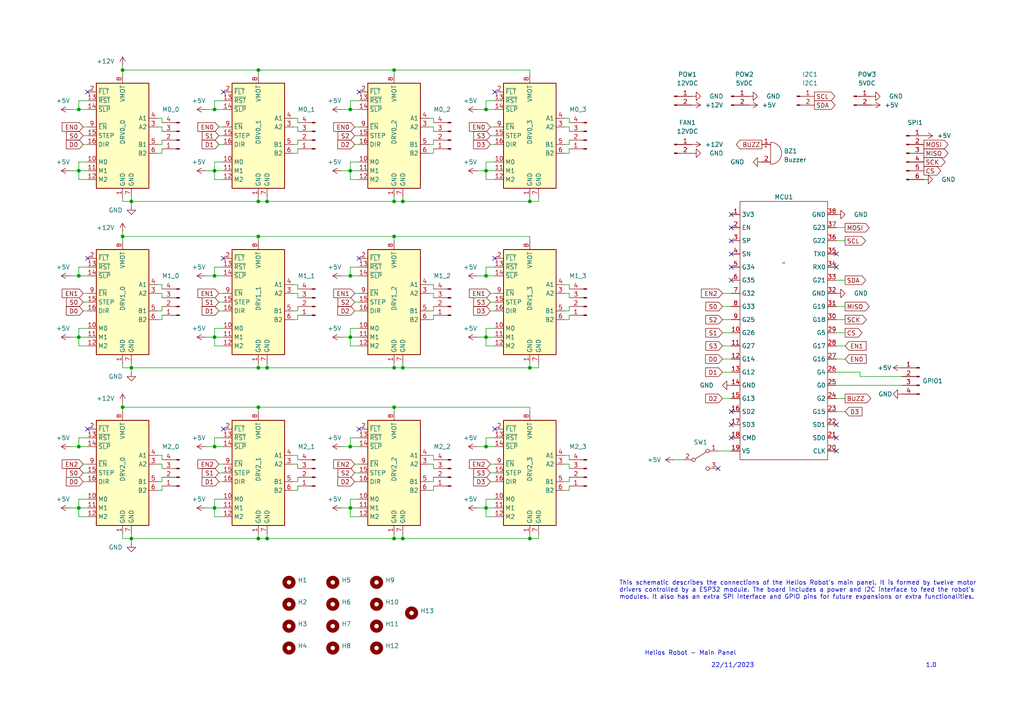
<source format=kicad_sch>
(kicad_sch (version 20231120) (generator "eeschema") (generator_version "8.0")
  (paper "A4")
  (junction (at 140.97 80.01))
  (junction (at 114.3 20.32))
  (junction (at 62.23 49.53))
  (junction (at 101.6 147.32))
  (junction (at 101.6 129.54))
  (junction (at 116.84 58.42))
  (junction (at 114.3 58.42))
  (junction (at 22.86 129.54))
  (junction (at 38.1 58.42))
  (junction (at 101.6 80.01))
  (junction (at 114.3 156.21))
  (junction (at 62.23 147.32))
  (junction (at 114.3 118.11))
  (junction (at 62.23 129.54))
  (junction (at 35.56 118.11))
  (junction (at 101.6 97.79))
  (junction (at 38.1 106.68))
  (junction (at 77.47 156.21))
  (junction (at 35.56 20.32))
  (junction (at 114.3 68.58))
  (junction (at 114.3 106.68))
  (junction (at 74.93 58.42))
  (junction (at 140.97 97.79))
  (junction (at 140.97 147.32))
  (junction (at 22.86 31.75))
  (junction (at 101.6 49.53))
  (junction (at 140.97 49.53))
  (junction (at 116.84 106.68))
  (junction (at 62.23 80.01))
  (junction (at 74.93 118.11))
  (junction (at 62.23 97.79))
  (junction (at 77.47 106.68))
  (junction (at 74.93 106.68))
  (junction (at 35.56 68.58))
  (junction (at 153.67 58.42))
  (junction (at 153.67 106.68))
  (junction (at 62.23 31.75))
  (junction (at 22.86 147.32))
  (junction (at 74.93 156.21))
  (junction (at 22.86 49.53))
  (junction (at 74.93 20.32))
  (junction (at 38.1 156.21))
  (junction (at 22.86 97.79))
  (junction (at 140.97 31.75))
  (junction (at 77.47 58.42))
  (junction (at 153.67 156.21))
  (junction (at 101.6 31.75))
  (junction (at 22.86 80.01))
  (junction (at 74.93 68.58))
  (junction (at 116.84 156.21))
  (junction (at 140.97 129.54))
  (no_connect (at 212.09 119.38))
  (no_connect (at 208.28 135.89))
  (no_connect (at 25.4 124.46))
  (no_connect (at 143.51 74.93))
  (no_connect (at 25.4 74.93))
  (no_connect (at 242.57 77.47))
  (no_connect (at 104.14 74.93))
  (no_connect (at 212.09 69.85))
  (no_connect (at 212.09 81.28))
  (no_connect (at 212.09 73.66))
  (no_connect (at 64.77 124.46))
  (no_connect (at 212.09 123.19))
  (no_connect (at 242.57 127))
  (no_connect (at 64.77 26.67))
  (no_connect (at 104.14 26.67))
  (no_connect (at 143.51 26.67))
  (no_connect (at 212.09 127))
  (no_connect (at 104.14 124.46))
  (no_connect (at 242.57 73.66))
  (no_connect (at 212.09 62.23))
  (no_connect (at 64.77 74.93))
  (no_connect (at 242.57 123.19))
  (no_connect (at 242.57 130.81))
  (no_connect (at 143.51 124.46))
  (no_connect (at 25.4 26.67))
  (no_connect (at 212.09 66.04))
  (no_connect (at 212.09 77.47))
  (wire (pts (xy 86.36 134.62) (xy 85.09 134.62)))
  (wire (pts (xy 22.86 77.47) (xy 25.4 77.47)))
  (wire (pts (xy 46.99 90.17) (xy 45.72 90.17)))
  (wire (pts (xy 22.86 147.32) (xy 22.86 149.86)))
  (wire (pts (xy 74.93 118.11) (xy 74.93 119.38)))
  (wire (pts (xy 153.67 68.58) (xy 153.67 69.85)))
  (wire (pts (xy 165.1 135.89) (xy 165.1 134.62)))
  (wire (pts (xy 142.24 137.16) (xy 143.51 137.16)))
  (wire (pts (xy 85.09 82.55) (xy 86.36 82.55)))
  (wire (pts (xy 163.83 44.45) (xy 165.1 44.45)))
  (wire (pts (xy 22.86 29.21) (xy 22.86 31.75)))
  (wire (pts (xy 124.46 142.24) (xy 125.73 142.24)))
  (wire (pts (xy 125.73 139.7) (xy 124.46 139.7)))
  (wire (pts (xy 86.36 138.43) (xy 86.36 139.7)))
  (wire (pts (xy 142.24 85.09) (xy 143.51 85.09)))
  (wire (pts (xy 85.09 142.24) (xy 86.36 142.24)))
  (wire (pts (xy 125.73 133.35) (xy 125.73 132.08)))
  (wire (pts (xy 86.36 35.56) (xy 86.36 34.29)))
  (wire (pts (xy 63.5 90.17) (xy 64.77 90.17)))
  (wire (pts (xy 63.5 139.7) (xy 64.77 139.7)))
  (wire (pts (xy 77.47 106.68) (xy 114.3 106.68)))
  (wire (pts (xy 140.97 77.47) (xy 140.97 80.01)))
  (wire (pts (xy 209.55 88.9) (xy 212.09 88.9)))
  (wire (pts (xy 140.97 31.75) (xy 143.51 31.75)))
  (wire (pts (xy 140.97 46.99) (xy 140.97 49.53)))
  (wire (pts (xy 125.73 134.62) (xy 124.46 134.62)))
  (wire (pts (xy 140.97 129.54) (xy 143.51 129.54)))
  (wire (pts (xy 63.5 134.62) (xy 64.77 134.62)))
  (wire (pts (xy 35.56 118.11) (xy 35.56 119.38)))
  (wire (pts (xy 124.46 132.08) (xy 125.73 132.08)))
  (wire (pts (xy 142.24 134.62) (xy 143.51 134.62)))
  (wire (pts (xy 24.13 90.17) (xy 25.4 90.17)))
  (wire (pts (xy 138.43 31.75) (xy 140.97 31.75)))
  (wire (pts (xy 99.06 80.01) (xy 101.6 80.01)))
  (wire (pts (xy 165.1 139.7) (xy 163.83 139.7)))
  (wire (pts (xy 101.6 97.79) (xy 101.6 100.33)))
  (wire (pts (xy 46.99 83.82) (xy 46.99 82.55)))
  (wire (pts (xy 63.5 36.83) (xy 64.77 36.83)))
  (wire (pts (xy 242.5937 69.8139) (xy 245.11 69.8139)))
  (wire (pts (xy 114.3 68.58) (xy 153.67 68.58)))
  (wire (pts (xy 163.83 34.29) (xy 165.1 34.29)))
  (wire (pts (xy 35.56 106.68) (xy 38.1 106.68)))
  (wire (pts (xy 20.32 97.79) (xy 22.86 97.79)))
  (wire (pts (xy 99.06 97.79) (xy 101.6 97.79)))
  (wire (pts (xy 102.87 139.7) (xy 104.14 139.7)))
  (wire (pts (xy 242.57 107.95) (xy 249.4765 107.95)))
  (wire (pts (xy 101.6 46.99) (xy 104.14 46.99)))
  (wire (pts (xy 153.67 156.21) (xy 156.21 156.21)))
  (wire (pts (xy 20.32 129.54) (xy 22.86 129.54)))
  (wire (pts (xy 86.36 83.82) (xy 86.36 82.55)))
  (wire (pts (xy 74.93 118.11) (xy 114.3 118.11)))
  (wire (pts (xy 165.1 36.83) (xy 163.83 36.83)))
  (wire (pts (xy 153.67 20.32) (xy 153.67 21.59)))
  (wire (pts (xy 140.97 147.32) (xy 140.97 149.86)))
  (wire (pts (xy 24.13 36.83) (xy 25.4 36.83)))
  (wire (pts (xy 86.36 85.09) (xy 85.09 85.09)))
  (wire (pts (xy 153.67 106.68) (xy 153.67 105.41)))
  (wire (pts (xy 22.86 144.78) (xy 22.86 147.32)))
  (wire (pts (xy 59.69 80.01) (xy 62.23 80.01)))
  (wire (pts (xy 242.57 119.38) (xy 245.11 119.38)))
  (wire (pts (xy 62.23 49.53) (xy 64.77 49.53)))
  (wire (pts (xy 140.97 29.21) (xy 140.97 31.75)))
  (wire (pts (xy 35.56 116.84) (xy 35.56 118.11)))
  (wire (pts (xy 163.83 132.08) (xy 165.1 132.08)))
  (wire (pts (xy 62.23 52.07) (xy 64.77 52.07)))
  (wire (pts (xy 116.84 58.42) (xy 153.67 58.42)))
  (wire (pts (xy 101.6 127) (xy 104.14 127)))
  (wire (pts (xy 74.93 68.58) (xy 114.3 68.58)))
  (wire (pts (xy 45.72 34.29) (xy 46.99 34.29)))
  (wire (pts (xy 86.36 40.64) (xy 86.36 41.91)))
  (wire (pts (xy 63.5 85.09) (xy 64.77 85.09)))
  (wire (pts (xy 116.84 156.21) (xy 153.67 156.21)))
  (wire (pts (xy 38.1 58.42) (xy 74.93 58.42)))
  (wire (pts (xy 99.06 147.32) (xy 101.6 147.32)))
  (wire (pts (xy 242.57 115.57) (xy 245.11 115.57)))
  (wire (pts (xy 140.97 80.01) (xy 143.51 80.01)))
  (wire (pts (xy 209.55 115.57) (xy 212.09 115.57)))
  (wire (pts (xy 22.86 49.53) (xy 25.4 49.53)))
  (wire (pts (xy 165.1 40.64) (xy 165.1 41.91)))
  (wire (pts (xy 153.67 106.68) (xy 156.21 106.68)))
  (wire (pts (xy 163.83 142.24) (xy 165.1 142.24)))
  (wire (pts (xy 22.86 95.25) (xy 25.4 95.25)))
  (wire (pts (xy 85.09 92.71) (xy 86.36 92.71)))
  (wire (pts (xy 140.97 127) (xy 140.97 129.54)))
  (wire (pts (xy 125.73 41.91) (xy 124.46 41.91)))
  (wire (pts (xy 99.06 31.75) (xy 101.6 31.75)))
  (wire (pts (xy 35.56 156.21) (xy 38.1 156.21)))
  (wire (pts (xy 62.23 77.47) (xy 64.77 77.47)))
  (wire (pts (xy 35.56 67.31) (xy 35.56 68.58)))
  (wire (pts (xy 125.73 83.82) (xy 125.73 82.55)))
  (wire (pts (xy 165.1 88.9) (xy 165.1 90.17)))
  (wire (pts (xy 38.1 156.21) (xy 38.1 154.94)))
  (wire (pts (xy 46.99 36.83) (xy 45.72 36.83)))
  (wire (pts (xy 101.6 144.78) (xy 104.14 144.78)))
  (wire (pts (xy 165.1 90.17) (xy 163.83 90.17)))
  (wire (pts (xy 138.43 49.53) (xy 140.97 49.53)))
  (wire (pts (xy 209.55 107.95) (xy 212.09 107.95)))
  (wire (pts (xy 22.86 147.32) (xy 25.4 147.32)))
  (wire (pts (xy 45.72 82.55) (xy 46.99 82.55)))
  (wire (pts (xy 35.56 118.11) (xy 74.93 118.11)))
  (wire (pts (xy 101.6 144.78) (xy 101.6 147.32)))
  (wire (pts (xy 142.24 87.63) (xy 143.51 87.63)))
  (wire (pts (xy 45.72 44.45) (xy 46.99 44.45)))
  (wire (pts (xy 62.23 147.32) (xy 64.77 147.32)))
  (wire (pts (xy 62.23 100.33) (xy 64.77 100.33)))
  (wire (pts (xy 74.93 68.58) (xy 74.93 69.85)))
  (wire (pts (xy 74.93 58.42) (xy 74.93 57.15)))
  (wire (pts (xy 22.86 46.99) (xy 25.4 46.99)))
  (wire (pts (xy 46.99 41.91) (xy 45.72 41.91)))
  (wire (pts (xy 22.86 31.75) (xy 25.4 31.75)))
  (wire (pts (xy 249.4765 109.22) (xy 261.62 109.22)))
  (wire (pts (xy 114.3 58.42) (xy 114.3 57.15)))
  (wire (pts (xy 165.1 140.97) (xy 165.1 142.24)))
  (wire (pts (xy 140.97 49.53) (xy 143.51 49.53)))
  (wire (pts (xy 62.23 80.01) (xy 64.77 80.01)))
  (wire (pts (xy 140.97 147.32) (xy 143.51 147.32)))
  (wire (pts (xy 62.23 29.21) (xy 62.23 31.75)))
  (wire (pts (xy 102.87 90.17) (xy 104.14 90.17)))
  (wire (pts (xy 125.73 140.97) (xy 125.73 142.24)))
  (wire (pts (xy 62.23 147.32) (xy 62.23 149.86)))
  (wire (pts (xy 114.3 58.42) (xy 116.84 58.42)))
  (wire (pts (xy 140.97 97.79) (xy 143.51 97.79)))
  (wire (pts (xy 125.73 35.56) (xy 125.73 34.29)))
  (wire (pts (xy 165.1 41.91) (xy 163.83 41.91)))
  (wire (pts (xy 125.73 40.64) (xy 125.73 41.91)))
  (wire (pts (xy 142.24 41.91) (xy 143.51 41.91)))
  (wire (pts (xy 116.84 58.42) (xy 116.84 57.15)))
  (wire (pts (xy 209.55 96.52) (xy 212.09 96.52)))
  (wire (pts (xy 22.86 49.53) (xy 22.86 52.07)))
  (wire (pts (xy 165.1 35.56) (xy 165.1 34.29)))
  (wire (pts (xy 101.6 147.32) (xy 104.14 147.32)))
  (wire (pts (xy 74.93 156.21) (xy 77.47 156.21)))
  (wire (pts (xy 138.43 97.79) (xy 140.97 97.79)))
  (wire (pts (xy 46.99 91.44) (xy 46.99 92.71)))
  (wire (pts (xy 245.11 100.33) (xy 242.57 100.33)))
  (wire (pts (xy 101.6 49.53) (xy 101.6 52.07)))
  (wire (pts (xy 46.99 138.43) (xy 46.99 139.7)))
  (wire (pts (xy 46.99 86.36) (xy 46.99 85.09)))
  (wire (pts (xy 138.43 147.32) (xy 140.97 147.32)))
  (wire (pts (xy 62.23 46.99) (xy 62.23 49.53)))
  (wire (pts (xy 142.24 90.17) (xy 143.51 90.17)))
  (wire (pts (xy 102.87 134.62) (xy 104.14 134.62)))
  (wire (pts (xy 45.72 132.08) (xy 46.99 132.08)))
  (wire (pts (xy 114.3 68.58) (xy 114.3 69.85)))
  (wire (pts (xy 138.43 129.54) (xy 140.97 129.54)))
  (wire (pts (xy 74.93 58.42) (xy 77.47 58.42)))
  (wire (pts (xy 74.93 20.32) (xy 74.93 21.59)))
  (wire (pts (xy 62.23 46.99) (xy 64.77 46.99)))
  (wire (pts (xy 101.6 29.21) (xy 101.6 31.75)))
  (wire (pts (xy 35.56 20.32) (xy 74.93 20.32)))
  (wire (pts (xy 22.86 46.99) (xy 22.86 49.53)))
  (wire (pts (xy 245.11 104.14) (xy 242.57 104.14)))
  (wire (pts (xy 24.13 41.91) (xy 25.4 41.91)))
  (wire (pts (xy 24.13 39.37) (xy 25.4 39.37)))
  (wire (pts (xy 77.47 156.21) (xy 114.3 156.21)))
  (wire (pts (xy 46.99 40.64) (xy 46.99 41.91)))
  (wire (pts (xy 165.1 43.18) (xy 165.1 44.45)))
  (wire (pts (xy 102.87 39.37) (xy 104.14 39.37)))
  (wire (pts (xy 62.23 49.53) (xy 62.23 52.07)))
  (wire (pts (xy 86.36 139.7) (xy 85.09 139.7)))
  (wire (pts (xy 46.99 88.9) (xy 46.99 90.17)))
  (wire (pts (xy 102.87 85.09) (xy 104.14 85.09)))
  (wire (pts (xy 163.83 82.55) (xy 165.1 82.55)))
  (wire (pts (xy 22.86 97.79) (xy 22.86 100.33)))
  (wire (pts (xy 62.23 95.25) (xy 62.23 97.79)))
  (wire (pts (xy 102.87 36.83) (xy 104.14 36.83)))
  (wire (pts (xy 22.86 127) (xy 22.86 129.54)))
  (wire (pts (xy 63.5 87.63) (xy 64.77 87.63)))
  (wire (pts (xy 46.99 38.1) (xy 46.99 36.83)))
  (wire (pts (xy 62.23 149.86) (xy 64.77 149.86)))
  (wire (pts (xy 245.11 66.0039) (xy 245.11 66.04)))
  (wire (pts (xy 22.86 97.79) (xy 25.4 97.79)))
  (wire (pts (xy 20.32 49.53) (xy 22.86 49.53)))
  (wire (pts (xy 86.36 135.89) (xy 86.36 134.62)))
  (wire (pts (xy 63.5 39.37) (xy 64.77 39.37)))
  (wire (pts (xy 125.73 86.36) (xy 125.73 85.09)))
  (wire (pts (xy 165.1 91.44) (xy 165.1 92.71)))
  (wire (pts (xy 46.99 85.09) (xy 45.72 85.09)))
  (wire (pts (xy 165.1 85.09) (xy 163.83 85.09)))
  (wire (pts (xy 59.69 49.53) (xy 62.23 49.53)))
  (wire (pts (xy 35.56 156.21) (xy 35.56 154.94)))
  (wire (pts (xy 38.1 106.68) (xy 74.93 106.68)))
  (wire (pts (xy 140.97 144.78) (xy 140.97 147.32)))
  (wire (pts (xy 77.47 106.68) (xy 77.47 105.41)))
  (wire (pts (xy 114.3 118.11) (xy 153.67 118.11)))
  (wire (pts (xy 125.73 135.89) (xy 125.73 134.62)))
  (wire (pts (xy 62.23 127) (xy 62.23 129.54)))
  (wire (pts (xy 77.47 58.42) (xy 114.3 58.42)))
  (wire (pts (xy 62.23 97.79) (xy 64.77 97.79)))
  (wire (pts (xy 74.93 156.21) (xy 74.93 154.94)))
  (wire (pts (xy 62.23 97.79) (xy 62.23 100.33)))
  (wire (pts (xy 22.86 100.33) (xy 25.4 100.33)))
  (wire (pts (xy 38.1 58.42) (xy 38.1 59.69)))
  (wire (pts (xy 102.87 41.91) (xy 104.14 41.91)))
  (wire (pts (xy 38.1 106.68) (xy 38.1 105.41)))
  (wire (pts (xy 101.6 80.01) (xy 104.14 80.01)))
  (wire (pts (xy 101.6 46.99) (xy 101.6 49.53)))
  (wire (pts (xy 142.24 139.7) (xy 143.51 139.7)))
  (wire (pts (xy 124.46 82.55) (xy 125.73 82.55)))
  (wire (pts (xy 140.97 95.25) (xy 143.51 95.25)))
  (wire (pts (xy 63.5 41.91) (xy 64.77 41.91)))
  (wire (pts (xy 35.56 106.68) (xy 35.56 105.41)))
  (wire (pts (xy 22.86 77.47) (xy 22.86 80.01)))
  (wire (pts (xy 102.87 87.63) (xy 104.14 87.63)))
  (wire (pts (xy 101.6 31.75) (xy 104.14 31.75)))
  (wire (pts (xy 86.36 133.35) (xy 86.36 132.08)))
  (wire (pts (xy 165.1 86.36) (xy 165.1 85.09)))
  (wire (pts (xy 22.86 29.21) (xy 25.4 29.21)))
  (wire (pts (xy 116.84 106.68) (xy 116.84 105.41)))
  (wire (pts (xy 142.24 39.37) (xy 143.51 39.37)))
  (wire (pts (xy 74.93 106.68) (xy 74.93 105.41)))
  (wire (pts (xy 85.09 44.45) (xy 86.36 44.45)))
  (wire (pts (xy 114.3 106.68) (xy 116.84 106.68)))
  (wire (pts (xy 242.5937 66.0039) (xy 245.11 66.0039)))
  (wire (pts (xy 35.56 68.58) (xy 35.56 69.85)))
  (wire (pts (xy 125.73 88.9) (xy 125.73 90.17)))
  (wire (pts (xy 46.99 134.62) (xy 45.72 134.62)))
  (wire (pts (xy 22.86 95.25) (xy 22.86 97.79)))
  (wire (pts (xy 140.97 29.21) (xy 143.51 29.21)))
  (wire (pts (xy 86.36 140.97) (xy 86.36 142.24)))
  (wire (pts (xy 62.23 127) (xy 64.77 127)))
  (wire (pts (xy 77.47 156.21) (xy 77.47 154.94)))
  (wire (pts (xy 62.23 95.25) (xy 64.77 95.25)))
  (wire (pts (xy 114.3 156.21) (xy 116.84 156.21)))
  (wire (pts (xy 86.36 41.91) (xy 85.09 41.91)))
  (wire (pts (xy 86.36 88.9) (xy 86.36 90.17)))
  (wire (pts (xy 24.13 134.62) (xy 25.4 134.62)))
  (wire (pts (xy 245.11 88.9) (xy 242.57 88.9)))
  (wire (pts (xy 140.97 49.53) (xy 140.97 52.07)))
  (wire (pts (xy 46.99 139.7) (xy 45.72 139.7)))
  (wire (pts (xy 125.73 91.44) (xy 125.73 92.71)))
  (wire (pts (xy 156.21 106.68) (xy 156.21 105.41)))
  (wire (pts (xy 102.87 137.16) (xy 104.14 137.16)))
  (wire (pts (xy 86.36 86.36) (xy 86.36 85.09)))
  (wire (pts (xy 20.32 31.75) (xy 22.86 31.75)))
  (wire (pts (xy 165.1 134.62) (xy 163.83 134.62)))
  (wire (pts (xy 165.1 83.82) (xy 165.1 82.55)))
  (wire (pts (xy 46.99 133.35) (xy 46.99 132.08)))
  (wire (pts (xy 22.86 52.07) (xy 25.4 52.07)))
  (wire (pts (xy 125.73 43.18) (xy 125.73 44.45)))
  (wire (pts (xy 62.23 144.78) (xy 62.23 147.32)))
  (wire (pts (xy 101.6 49.53) (xy 104.14 49.53)))
  (wire (pts (xy 85.09 34.29) (xy 86.36 34.29)))
  (wire (pts (xy 156.21 58.42) (xy 156.21 57.15)))
  (wire (pts (xy 209.55 85.09) (xy 212.09 85.09)))
  (wire (pts (xy 101.6 147.32) (xy 101.6 149.86)))
  (wire (pts (xy 140.97 127) (xy 143.51 127)))
  (wire (pts (xy 24.13 85.09) (xy 25.4 85.09)))
  (wire (pts (xy 24.13 137.16) (xy 25.4 137.16)))
  (wire (pts (xy 101.6 100.33) (xy 104.14 100.33)))
  (wire (pts (xy 86.36 38.1) (xy 86.36 36.83)))
  (wire (pts (xy 140.97 100.33) (xy 143.51 100.33)))
  (wire (pts (xy 59.69 129.54) (xy 62.23 129.54)))
  (wire (pts (xy 125.73 85.09) (xy 124.46 85.09)))
  (wire (pts (xy 101.6 97.79) (xy 104.14 97.79)))
  (wire (pts (xy 140.97 77.47) (xy 143.51 77.47)))
  (wire (pts (xy 99.06 49.53) (xy 101.6 49.53)))
  (wire (pts (xy 99.06 129.54) (xy 101.6 129.54)))
  (wire (pts (xy 165.1 38.1) (xy 165.1 36.83)))
  (wire (pts (xy 208.28 130.81) (xy 212.09 130.81)))
  (wire (pts (xy 156.21 156.21) (xy 156.21 154.94)))
  (wire (pts (xy 140.97 149.86) (xy 143.51 149.86)))
  (wire (pts (xy 124.46 92.71) (xy 125.73 92.71)))
  (wire (pts (xy 86.36 43.18) (xy 86.36 44.45)))
  (wire (pts (xy 86.36 91.44) (xy 86.36 92.71)))
  (wire (pts (xy 153.67 58.42) (xy 153.67 57.15)))
  (wire (pts (xy 86.36 36.83) (xy 85.09 36.83)))
  (wire (pts (xy 22.86 149.86) (xy 25.4 149.86)))
  (wire (pts (xy 245.11 69.8139) (xy 245.11 69.85)))
  (wire (pts (xy 45.72 92.71) (xy 46.99 92.71)))
  (wire (pts (xy 101.6 149.86) (xy 104.14 149.86)))
  (wire (pts (xy 35.56 58.42) (xy 35.56 57.15)))
  (wire (pts (xy 209.55 104.14) (xy 212.09 104.14)))
  (wire (pts (xy 114.3 20.32) (xy 153.67 20.32)))
  (wire (pts (xy 209.55 100.33) (xy 212.09 100.33)))
  (wire (pts (xy 38.1 156.21) (xy 74.93 156.21)))
  (wire (pts (xy 114.3 118.11) (xy 114.3 119.38)))
  (wire (pts (xy 165.1 138.43) (xy 165.1 139.7)))
  (wire (pts (xy 38.1 106.68) (xy 38.1 107.95)))
  (wire (pts (xy 38.1 156.21) (xy 38.1 157.48)))
  (wire (pts (xy 22.86 127) (xy 25.4 127)))
  (wire (pts (xy 63.5 137.16) (xy 64.77 137.16)))
  (wire (pts (xy 125.73 138.43) (xy 125.73 139.7)))
  (wire (pts (xy 62.23 29.21) (xy 64.77 29.21)))
  (wire (pts (xy 22.86 129.54) (xy 25.4 129.54)))
  (wire (pts (xy 77.47 58.42) (xy 77.47 57.15)))
  (wire (pts (xy 62.23 144.78) (xy 64.77 144.78)))
  (wire (pts (xy 140.97 46.99) (xy 143.51 46.99)))
  (wire (pts (xy 62.23 129.54) (xy 64.77 129.54)))
  (wire (pts (xy 165.1 133.35) (xy 165.1 132.08)))
  (wire (pts (xy 59.69 31.75) (xy 62.23 31.75)))
  (wire (pts (xy 114.3 20.32) (xy 114.3 21.59)))
  (wire (pts (xy 140.97 95.25) (xy 140.97 97.79)))
  (wire (pts (xy 24.13 87.63) (xy 25.4 87.63)))
  (wire (pts (xy 142.24 36.83) (xy 143.51 36.83)))
  (wire (pts (xy 62.23 31.75) (xy 64.77 31.75)))
  (wire (pts (xy 101.6 127) (xy 101.6 129.54)))
  (wire (pts (xy 35.56 20.32) (xy 35.56 21.59)))
  (wire (pts (xy 85.09 132.08) (xy 86.36 132.08)))
  (wire (pts (xy 22.86 80.01) (xy 25.4 80.01)))
  (wire (pts (xy 249.4765 107.95) (xy 249.4765 109.22)))
  (wire (pts (xy 59.69 97.79) (xy 62.23 97.79)))
  (wire (pts (xy 153.67 118.11) (xy 153.67 119.38)))
  (wire (pts (xy 125.73 38.1) (xy 125.73 36.83)))
  (wire (pts (xy 140.97 97.79) (xy 140.97 100.33)))
  (wire (pts (xy 62.23 77.47) (xy 62.23 80.01)))
  (wire (pts (xy 20.32 147.32) (xy 22.86 147.32)))
  (wire (pts (xy 46.99 43.18) (xy 46.99 44.45)))
  (wire (pts (xy 74.93 20.32) (xy 114.3 20.32)))
  (wire (pts (xy 116.84 106.68) (xy 153.67 106.68)))
  (wire (pts (xy 59.69 147.32) (xy 62.23 147.32)))
  (wire (pts (xy 22.86 144.78) (xy 25.4 144.78)))
  (wire (pts (xy 35.56 19.05) (xy 35.56 20.32)))
  (wire (pts (xy 245.11 81.28) (xy 242.57 81.28)))
  (wire (pts (xy 114.3 106.68) (xy 114.3 105.41)))
  (wire (pts (xy 242.57 111.76) (xy 261.62 111.76)))
  (wire (pts (xy 163.83 92.71) (xy 165.1 92.71)))
  (wire (pts (xy 46.99 135.89) (xy 46.99 134.62)))
  (wire (pts (xy 101.6 77.47) (xy 101.6 80.01)))
  (wire (pts (xy 153.67 58.42) (xy 156.21 58.42)))
  (wire (pts (xy 209.55 92.71) (xy 212.09 92.71)))
  (wire (pts (xy 124.46 34.29) (xy 125.73 34.29)))
  (wire (pts (xy 116.84 156.21) (xy 116.84 154.94)))
  (wire (pts (xy 46.99 35.56) (xy 46.99 34.29)))
  (wire (pts (xy 101.6 52.07) (xy 104.14 52.07)))
  (wire (pts (xy 140.97 52.07) (xy 143.51 52.07)))
  (wire (pts (xy 140.97 144.78) (xy 143.51 144.78)))
  (wire (pts (xy 24.13 139.7) (xy 25.4 139.7)))
  (wire (pts (xy 46.99 140.97) (xy 46.99 142.24)))
  (wire (pts (xy 138.43 80.01) (xy 140.97 80.01)))
  (wire (pts (xy 20.32 80.01) (xy 22.86 80.01)))
  (wire (pts (xy 245.11 92.71) (xy 242.57 92.71)))
  (wire (pts (xy 101.6 29.21) (xy 104.14 29.21)))
  (wire (pts (xy 45.72 142.24) (xy 46.99 142.24)))
  (wire (pts (xy 153.67 156.21) (xy 153.67 154.94)))
  (wire (pts (xy 101.6 95.25) (xy 104.14 95.25)))
  (wire (pts (xy 114.3 156.21) (xy 114.3 154.94)))
  (wire (pts (xy 38.1 58.42) (xy 38.1 57.15)))
  (wire (pts (xy 101.6 77.47) (xy 104.14 77.47)))
  (wire (pts (xy 242.57 96.52) (xy 245.11 96.52)))
  (wire (pts (xy 124.46 44.45) (xy 125.73 44.45)))
  (wire (pts (xy 35.56 58.42) (xy 38.1 58.42)))
  (wire (pts (xy 125.73 90.17) (xy 124.46 90.17)))
  (wire (pts (xy 195.58 133.35) (xy 198.12 133.35)))
  (wire (pts (xy 101.6 95.25) (xy 101.6 97.79)))
  (wire (pts (xy 101.6 129.54) (xy 104.14 129.54)))
  (wire (pts (xy 86.36 90.17) (xy 85.09 90.17)))
  (wire (pts (xy 125.73 36.83) (xy 124.46 36.83)))
  (wire (pts (xy 35.56 68.58) (xy 74.93 68.58)))
  (wire (pts (xy 74.93 106.68) (xy 77.47 106.68)))
  (text "22/11/2023" (at 206.248 193.802 0) (effects (font (size 1.27 1.27)) (justify left bottom)))
  (text "1.0" (at 268.478 193.802 0) (effects (font (size 1.27 1.27)) (justify left bottom)))
  (text "This schematic describes the connections of the Helios Robot's main panel. It is formed by twelve motor\ndrivers controlled by a ESP32 module. The board includes a power and I2C interface to feed the robot's\nmodules. It also has an extra SPI interface and GPIO pins for future expansions or extra functionalities." (at 179.578 173.99 0) (effects (font (size 1.27 1.27)) (justify left bottom)))
  (text "Helios Robot - Main Panel" (at 186.944 190.246 0) (effects (font (size 1.27 1.27)) (justify left bottom)))
  (global_label "MOSI" (shape output) (at 267.97 41.91 0) (property "Intersheetrefs" "${INTERSHEET_REFS}" (effects (hide yes))))
  (global_label "D2" (shape input) (at 102.87 139.7 180) (property "Intersheetrefs" "${INTERSHEET_REFS}" (effects (hide yes))))
  (global_label "S0" (shape input) (at 209.55 88.9 180) (property "Intersheetrefs" "${INTERSHEET_REFS}" (effects (hide yes))))
  (global_label "CS" (shape output) (at 267.97 49.53 0) (property "Intersheetrefs" "${INTERSHEET_REFS}" (effects (hide yes))))
  (global_label "CS" (shape output) (at 245.11 96.52 0) (property "Intersheetrefs" "${INTERSHEET_REFS}" (effects (hide yes))))
  (global_label "SCK" (shape output) (at 267.97 46.99 0) (property "Intersheetrefs" "${INTERSHEET_REFS}" (effects (hide yes))))
  (global_label "SCK" (shape output) (at 245.11 92.71 0) (property "Intersheetrefs" "${INTERSHEET_REFS}" (effects (hide yes))))
  (global_label "S2" (shape input) (at 102.87 39.37 180) (property "Intersheetrefs" "${INTERSHEET_REFS}" (effects (hide yes))))
  (global_label "D3" (shape input) (at 245.11 119.38 0) (property "Intersheetrefs" "${INTERSHEET_REFS}" (effects (hide yes))))
  (global_label "D2" (shape input) (at 209.55 115.57 180) (property "Intersheetrefs" "${INTERSHEET_REFS}" (effects (hide yes))))
  (global_label "EN0" (shape input) (at 24.13 36.83 180) (property "Intersheetrefs" "${INTERSHEET_REFS}" (effects (hide yes))))
  (global_label "S3" (shape input) (at 142.24 39.37 180) (property "Intersheetrefs" "${INTERSHEET_REFS}" (effects (hide yes))))
  (global_label "EN1" (shape input) (at 63.5 85.09 180) (property "Intersheetrefs" "${INTERSHEET_REFS}" (effects (hide yes))))
  (global_label "BUZZ" (shape output) (at 245.11 115.57 0) (property "Intersheetrefs" "${INTERSHEET_REFS}" (effects (hide yes))))
  (global_label "S2" (shape input) (at 102.87 137.16 180) (property "Intersheetrefs" "${INTERSHEET_REFS}" (effects (hide yes))))
  (global_label "MISO" (shape output) (at 267.97 44.45 0) (property "Intersheetrefs" "${INTERSHEET_REFS}" (effects (hide yes))))
  (global_label "MOSI" (shape output) (at 245.11 66.04 0) (property "Intersheetrefs" "${INTERSHEET_REFS}" (effects (hide yes))))
  (global_label "D0" (shape input) (at 24.13 41.91 180) (property "Intersheetrefs" "${INTERSHEET_REFS}" (effects (hide yes))))
  (global_label "S1" (shape input) (at 209.55 96.52 180) (property "Intersheetrefs" "${INTERSHEET_REFS}" (effects (hide yes))))
  (global_label "EN2" (shape input) (at 142.24 134.62 180) (property "Intersheetrefs" "${INTERSHEET_REFS}" (effects (hide yes))))
  (global_label "D3" (shape input) (at 142.24 41.91 180) (property "Intersheetrefs" "${INTERSHEET_REFS}" (effects (hide yes))))
  (global_label "S0" (shape input) (at 24.13 137.16 180) (property "Intersheetrefs" "${INTERSHEET_REFS}" (effects (hide yes))))
  (global_label "EN1" (shape input) (at 142.24 85.09 180) (property "Intersheetrefs" "${INTERSHEET_REFS}" (effects (hide yes))))
  (global_label "EN1" (shape input) (at 102.87 85.09 180) (property "Intersheetrefs" "${INTERSHEET_REFS}" (effects (hide yes))))
  (global_label "EN0" (shape input) (at 245.11 104.14 0) (property "Intersheetrefs" "${INTERSHEET_REFS}" (effects (hide yes))))
  (global_label "S1" (shape input) (at 63.5 137.16 180) (property "Intersheetrefs" "${INTERSHEET_REFS}" (effects (hide yes))))
  (global_label "S3" (shape input) (at 142.24 137.16 180) (property "Intersheetrefs" "${INTERSHEET_REFS}" (effects (hide yes))))
  (global_label "EN2" (shape input) (at 63.5 134.62 180) (property "Intersheetrefs" "${INTERSHEET_REFS}" (effects (hide yes))))
  (global_label "MISO" (shape output) (at 245.11 88.9 0) (property "Intersheetrefs" "${INTERSHEET_REFS}" (effects (hide yes))))
  (global_label "S3" (shape input) (at 142.24 87.63 180) (property "Intersheetrefs" "${INTERSHEET_REFS}" (effects (hide yes))))
  (global_label "D1" (shape input) (at 63.5 41.91 180) (property "Intersheetrefs" "${INTERSHEET_REFS}" (effects (hide yes))))
  (global_label "BUZZ" (shape output) (at 220.98 41.91 180) (property "Intersheetrefs" "${INTERSHEET_REFS}" (effects (hide yes))))
  (global_label "S0" (shape input) (at 24.13 39.37 180) (property "Intersheetrefs" "${INTERSHEET_REFS}" (effects (hide yes))))
  (global_label "D2" (shape input) (at 102.87 90.17 180) (property "Intersheetrefs" "${INTERSHEET_REFS}" (effects (hide yes))))
  (global_label "D3" (shape input) (at 142.24 90.17 180) (property "Intersheetrefs" "${INTERSHEET_REFS}" (effects (hide yes))))
  (global_label "EN0" (shape input) (at 63.5 36.83 180) (property "Intersheetrefs" "${INTERSHEET_REFS}" (effects (hide yes))))
  (global_label "SDA" (shape output) (at 245.11 81.28 0) (property "Intersheetrefs" "${INTERSHEET_REFS}" (effects (hide yes))))
  (global_label "D1" (shape input) (at 209.55 107.95 180) (property "Intersheetrefs" "${INTERSHEET_REFS}" (effects (hide yes))))
  (global_label "SCL" (shape output) (at 236.22 27.94 0) (property "Intersheetrefs" "${INTERSHEET_REFS}" (effects (hide yes))))
  (global_label "EN1" (shape input) (at 24.13 85.09 180) (property "Intersheetrefs" "${INTERSHEET_REFS}" (effects (hide yes))))
  (global_label "D0" (shape input) (at 209.55 104.14 180) (property "Intersheetrefs" "${INTERSHEET_REFS}" (effects (hide yes))))
  (global_label "D3" (shape input) (at 142.24 139.7 180) (property "Intersheetrefs" "${INTERSHEET_REFS}" (effects (hide yes))))
  (global_label "S1" (shape input) (at 63.5 87.63 180) (property "Intersheetrefs" "${INTERSHEET_REFS}" (effects (hide yes))))
  (global_label "D0" (shape input) (at 24.13 90.17 180) (property "Intersheetrefs" "${INTERSHEET_REFS}" (effects (hide yes))))
  (global_label "S0" (shape input) (at 24.13 87.63 180) (property "Intersheetrefs" "${INTERSHEET_REFS}" (effects (hide yes))))
  (global_label "D0" (shape input) (at 24.13 139.7 180) (property "Intersheetrefs" "${INTERSHEET_REFS}" (effects (hide yes))))
  (global_label "EN2" (shape input) (at 24.13 134.62 180) (property "Intersheetrefs" "${INTERSHEET_REFS}" (effects (hide yes))))
  (global_label "D2" (shape input) (at 102.87 41.91 180) (property "Intersheetrefs" "${INTERSHEET_REFS}" (effects (hide yes))))
  (global_label "EN0" (shape input) (at 142.24 36.83 180) (property "Intersheetrefs" "${INTERSHEET_REFS}" (effects (hide yes))))
  (global_label "S1" (shape input) (at 63.5 39.37 180) (property "Intersheetrefs" "${INTERSHEET_REFS}" (effects (hide yes))))
  (global_label "SCL" (shape output) (at 245.11 69.85 0) (property "Intersheetrefs" "${INTERSHEET_REFS}" (effects (hide yes))))
  (global_label "D1" (shape input) (at 63.5 139.7 180) (property "Intersheetrefs" "${INTERSHEET_REFS}" (effects (hide yes))))
  (global_label "SDA" (shape output) (at 236.22 30.48 0) (property "Intersheetrefs" "${INTERSHEET_REFS}" (effects (hide yes))))
  (global_label "EN2" (shape input) (at 209.55 85.09 180) (property "Intersheetrefs" "${INTERSHEET_REFS}" (effects (hide yes))))
  (global_label "EN0" (shape input) (at 102.87 36.83 180) (property "Intersheetrefs" "${INTERSHEET_REFS}" (effects (hide yes))))
  (global_label "S2" (shape input) (at 102.87 87.63 180) (property "Intersheetrefs" "${INTERSHEET_REFS}" (effects (hide yes))))
  (global_label "S2" (shape input) (at 209.55 92.71 180) (property "Intersheetrefs" "${INTERSHEET_REFS}" (effects (hide yes))))
  (global_label "EN2" (shape input) (at 102.87 134.62 180) (property "Intersheetrefs" "${INTERSHEET_REFS}" (effects (hide yes))))
  (global_label "EN1" (shape input) (at 245.11 100.33 0) (property "Intersheetrefs" "${INTERSHEET_REFS}" (effects (hide yes))))
  (global_label "D1" (shape input) (at 63.5 90.17 180) (property "Intersheetrefs" "${INTERSHEET_REFS}" (effects (hide yes))))
  (global_label "S3" (shape input) (at 209.55 100.33 180) (property "Intersheetrefs" "${INTERSHEET_REFS}" (effects (hide yes))))
  (symbol (lib_id "power:+5V") (at 138.43 147.32 90) (unit 1)
    (property "Reference" "#PWR030" (effects (hide yes)))
    (property "Value" "+5V" (at 138.43 144.78 90) (effects (justify left)))
  )
  (symbol (lib_id "power:+5V") (at 138.43 80.01 90) (unit 1)
    (property "Reference" "#PWR027" (effects (hide yes)))
    (property "Value" "+5V" (at 138.43 77.47 90) (effects (justify left)))
  )
  (symbol (lib_id "power:+12V") (at 200.66 30.48 270) (unit 1)
    (property "Reference" "#PWR032" (effects (hide yes)))
    (property "Value" "+12V" (at 204.47 30.48 90) (effects (justify left)))
  )
  (symbol (lib_id "Mechanical:MountingHole") (at 119.38 177.8 0) (unit 1)
    (property "Reference" "H13" (at 121.92 177.165 0) (effects (justify left)))
    (property "Value" "MountingHole" (effects (hide yes)))
    (property "Footprint" "MountingHole:MountingHole_8.4mm_M8" (effects (hide yes)))
  )
  (symbol (lib_id "power:+5V") (at 138.43 31.75 90) (unit 1)
    (property "Reference" "#PWR025" (effects (hide yes)))
    (property "Value" "+5V" (at 138.43 29.21 90) (effects (justify left)))
  )
  (symbol (lib_id "power:GND") (at 242.57 85.09 90) (unit 1)
    (property "Reference" "#PWR041" (effects (hide yes)))
    (property "Value" "GND" (at 247.65 85.09 90) (effects (justify right)))
  )
  (symbol (lib_id "power:GND") (at 242.57 62.23 90) (unit 1)
    (property "Reference" "#PWR040" (effects (hide yes)))
    (property "Value" "GND" (at 247.65 62.23 90) (effects (justify right)))
  )
  (symbol (lib_id "Connector:Conn_01x02_Pin") (at 195.58 27.94 0) (unit 1)
    (property "Reference" "POW1" (at 199.39 21.59 0))
    (property "Value" "12VDC" (at 199.39 24.13 0))
    (property "Footprint" "XTConnectors:XT60-M_1x02_P7.20mm_Vertical" (effects (hide yes)))
  )
  (symbol (lib_id "power:+5V") (at 99.06 129.54 90) (unit 1)
    (property "Reference" "#PWR023" (effects (hide yes)))
    (property "Value" "+5V" (at 99.06 127 90) (effects (justify left)))
  )
  (symbol (lib_id "power:+5V") (at 138.43 49.53 90) (unit 1)
    (property "Reference" "#PWR026" (effects (hide yes)))
    (property "Value" "+5V" (at 138.43 46.99 90) (effects (justify left)))
  )
  (symbol (lib_id "Connector:Conn_01x04_Pin") (at 170.18 88.9 180) (unit 1)
    (property "Reference" "M1_3" (at 167.64 80.01 0))
    (property "Value" "Conn_01x04_Pin" (effects (hide yes)))
    (property "Footprint" "Connector_JST:JST_EH_B4B-EH-A_1x04_P2.50mm_Vertical" (effects (hide yes)))
  )
  (symbol (lib_id "Driver_Motor:Pololu_Breakout_DRV8825") (at 153.67 36.83 0) (unit 1)
    (property "Reference" "DRV0_3" (at 153.67 41.91 90) (effects (justify left)))
    (property "Value" "Pololu_Breakout_DRV8825" (effects (hide yes)))
    (property "Footprint" "Module:Pololu_Breakout-16_15.2x20.3mm" (effects (hide yes)))
    (property "Datasheet" "https://www.pololu.com/product/2982" (effects (hide yes)))
  )
  (symbol (lib_id "power:+5V") (at 99.06 80.01 90) (unit 1)
    (property "Reference" "#PWR021" (effects (hide yes)))
    (property "Value" "+5V" (at 99.06 77.47 90) (effects (justify left)))
  )
  (symbol (lib_id "power:+5V") (at 20.32 147.32 90) (unit 1)
    (property "Reference" "#PWR06" (effects (hide yes)))
    (property "Value" "+5V" (at 20.32 144.78 90) (effects (justify left)))
  )
  (symbol (lib_id "power:GND") (at 38.1 59.69 0) (unit 1)
    (property "Reference" "#PWR010" (effects (hide yes)))
    (property "Value" "GND" (at 35.56 60.96 0) (effects (justify right)))
  )
  (symbol (lib_id "power:GND") (at 200.66 27.94 90) (unit 1)
    (property "Reference" "#PWR033" (effects (hide yes)))
    (property "Value" "GND" (at 205.74 27.94 90) (effects (justify right)))
  )
  (symbol (lib_id "power:+5V") (at 252.73 30.48 270) (unit 1)
    (property "Reference" "#PWR042" (effects (hide yes)))
    (property "Value" "+5V" (at 256.54 30.48 90) (effects (justify left)))
  )
  (symbol (lib_id "Driver_Motor:Pololu_Breakout_DRV8825") (at 74.93 85.09 0) (unit 1)
    (property "Reference" "DRV1_1" (at 74.93 90.17 90) (effects (justify left)))
    (property "Value" "Pololu_Breakout_DRV8825" (effects (hide yes)))
    (property "Footprint" "Module:Pololu_Breakout-16_15.2x20.3mm" (effects (hide yes)))
    (property "Datasheet" "https://www.pololu.com/product/2982" (effects (hide yes)))
  )
  (symbol (lib_id "Mechanical:MountingHole") (at 96.52 181.61 0) (unit 1)
    (property "Reference" "H7" (at 99.06 180.975 0) (effects (justify left)))
    (property "Value" "MountingHole" (effects (hide yes)))
    (property "Footprint" "MountingHole:MountingHole_3.2mm_M3" (effects (hide yes)))
  )
  (symbol (lib_id "power:+12V") (at 200.66 41.91 270) (unit 1)
    (property "Reference" "#PWR034" (effects (hide yes)))
    (property "Value" "+12V" (at 204.47 41.91 90) (effects (justify left)))
  )
  (symbol (lib_id "power:+5V") (at 20.32 97.79 90) (unit 1)
    (property "Reference" "#PWR04" (effects (hide yes)))
    (property "Value" "+5V" (at 20.32 95.25 90) (effects (justify left)))
  )
  (symbol (lib_id "power:GND") (at 220.98 46.99 270) (unit 1)
    (property "Reference" "#PWR039" (effects (hide yes)))
    (property "Value" "GND" (at 215.9 46.99 90) (effects (justify right)))
  )
  (symbol (lib_id "Driver_Motor:Pololu_Breakout_DRV8825") (at 74.93 36.83 0) (unit 1)
    (property "Reference" "DRV0_1" (at 74.93 41.91 90) (effects (justify left)))
    (property "Value" "Pololu_Breakout_DRV8825" (effects (hide yes)))
    (property "Footprint" "Module:Pololu_Breakout-16_15.2x20.3mm" (effects (hide yes)))
    (property "Datasheet" "https://www.pololu.com/product/2982" (effects (hide yes)))
  )
  (symbol (lib_id "power:+5V") (at 59.69 97.79 90) (unit 1)
    (property "Reference" "#PWR016" (effects (hide yes)))
    (property "Value" "+5V" (at 59.69 95.25 90) (effects (justify left)))
  )
  (symbol (lib_id "Mechanical:MountingHole") (at 83.82 181.61 0) (unit 1)
    (property "Reference" "H3" (at 86.36 180.975 0) (effects (justify left)))
    (property "Value" "MountingHole" (effects (hide yes)))
    (property "Footprint" "MountingHole:MountingHole_3.2mm_M3" (effects (hide yes)))
  )
  (symbol (lib_id "Mechanical:MountingHole") (at 83.82 187.96 0) (unit 1)
    (property "Reference" "H4" (at 86.36 187.325 0) (effects (justify left)))
    (property "Value" "MountingHole" (effects (hide yes)))
    (property "Footprint" "MountingHole:MountingHole_3.2mm_M3" (effects (hide yes)))
  )
  (symbol (lib_id "power:GND") (at 252.73 27.94 90) (unit 1)
    (property "Reference" "#PWR043" (effects (hide yes)))
    (property "Value" "GND" (at 257.81 27.94 90) (effects (justify right)))
  )
  (symbol (lib_id "power:GND") (at 217.17 27.94 90) (unit 1)
    (property "Reference" "#PWR038" (effects (hide yes)))
    (property "Value" "GND" (at 222.25 27.94 90) (effects (justify right)))
  )
  (symbol (lib_id "Connector:Conn_01x04_Pin") (at 91.44 138.43 180) (unit 1)
    (property "Reference" "M2_1" (at 88.9 129.54 0))
    (property "Value" "Conn_01x04_Pin" (effects (hide yes)))
    (property "Footprint" "Connector_JST:JST_EH_B4B-EH-A_1x04_P2.50mm_Vertical" (effects (hide yes)))
  )
  (symbol (lib_id "power:+5V") (at 99.06 31.75 90) (unit 1)
    (property "Reference" "#PWR019" (effects (hide yes)))
    (property "Value" "+5V" (at 99.06 29.21 90) (effects (justify left)))
  )
  (symbol (lib_id "power:+5V") (at 59.69 31.75 90) (unit 1)
    (property "Reference" "#PWR013" (effects (hide yes)))
    (property "Value" "+5V" (at 59.69 29.21 90) (effects (justify left)))
  )
  (symbol (lib_id "Switch:SW_SPDT") (at 203.2 133.35 0) (unit 1)
    (property "Reference" "SW1" (at 203.2 128.27 0))
    (property "Value" "SW_SPDT" (effects (hide yes)))
    (property "Footprint" "Button_Switch_THT:SW_CuK_OS102011MA1QN1_SPDT_Angled" (effects (hide yes)))
  )
  (symbol (lib_id "Mechanical:MountingHole") (at 109.22 181.61 0) (unit 1)
    (property "Reference" "H11" (at 111.76 180.975 0) (effects (justify left)))
    (property "Value" "MountingHole" (effects (hide yes)))
    (property "Footprint" "MountingHole:MountingHole_3.2mm_M3" (effects (hide yes)))
  )
  (symbol (lib_id "power:+5V") (at 138.43 97.79 90) (unit 1)
    (property "Reference" "#PWR028" (effects (hide yes)))
    (property "Value" "+5V" (at 138.43 95.25 90) (effects (justify left)))
  )
  (symbol (lib_id "Mechanical:MountingHole") (at 83.82 175.26 0) (unit 1)
    (property "Reference" "H2" (at 86.36 174.625 0) (effects (justify left)))
    (property "Value" "MountingHole" (effects (hide yes)))
    (property "Footprint" "MountingHole:MountingHole_3.2mm_M3" (effects (hide yes)))
  )
  (symbol (lib_id "Driver_Motor:Pololu_Breakout_DRV8825") (at 35.56 134.62 0) (unit 1)
    (property "Reference" "DRV2_0" (at 35.56 139.7 90) (effects (justify left)))
    (property "Value" "Pololu_Breakout_DRV8825" (effects (hide yes)))
    (property "Footprint" "Module:Pololu_Breakout-16_15.2x20.3mm" (effects (hide yes)))
    (property "Datasheet" "https://www.pololu.com/product/2982" (effects (hide yes)))
  )
  (symbol (lib_id "Mechanical:MountingHole") (at 96.52 187.96 0) (unit 1)
    (property "Reference" "H8" (at 99.06 187.325 0) (effects (justify left)))
    (property "Value" "MountingHole" (effects (hide yes)))
    (property "Footprint" "MountingHole:MountingHole_3.2mm_M3" (effects (hide yes)))
  )
  (symbol (lib_id "Connector:Conn_01x02_Pin") (at 195.58 41.91 0) (unit 1)
    (property "Reference" "FAN1" (at 199.39 35.56 0))
    (property "Value" "12VDC" (at 199.39 38.1 0))
    (property "Footprint" "Connector_JST:JST_EH_B2B-EH-A_1x02_P2.50mm_Vertical" (effects (hide yes)))
  )
  (symbol (lib_id "Connector:Conn_01x04_Pin") (at 91.44 40.64 180) (unit 1)
    (property "Reference" "M0_1" (at 88.9 31.75 0))
    (property "Value" "Conn_01x04_Pin" (effects (hide yes)))
    (property "Footprint" "Connector_JST:JST_EH_B4B-EH-A_1x04_P2.50mm_Vertical" (effects (hide yes)))
  )
  (symbol (lib_id "power:+12V") (at 35.56 19.05 0) (unit 1)
    (property "Reference" "#PWR07" (effects (hide yes)))
    (property "Value" "+12V" (at 27.94 17.78 0) (effects (justify left)))
  )
  (symbol (lib_id "power:+5V") (at 99.06 147.32 90) (unit 1)
    (property "Reference" "#PWR024" (effects (hide yes)))
    (property "Value" "+5V" (at 99.06 144.78 90) (effects (justify left)))
  )
  (symbol (lib_id "Connector:Conn_01x04_Pin") (at 130.81 88.9 180) (unit 1)
    (property "Reference" "M1_2" (at 128.27 80.01 0))
    (property "Value" "Conn_01x04_Pin" (effects (hide yes)))
    (property "Footprint" "Connector_JST:JST_EH_B4B-EH-A_1x04_P2.50mm_Vertical" (effects (hide yes)))
  )
  (symbol (lib_id "Connector:Conn_01x04_Pin") (at 130.81 138.43 180) (unit 1)
    (property "Reference" "M2_2" (at 128.27 129.54 0))
    (property "Value" "Conn_01x04_Pin" (effects (hide yes)))
    (property "Footprint" "Connector_JST:JST_EH_B4B-EH-A_1x04_P2.50mm_Vertical" (effects (hide yes)))
  )
  (symbol (lib_id "power:+5V") (at 59.69 129.54 90) (unit 1)
    (property "Reference" "#PWR017" (effects (hide yes)))
    (property "Value" "+5V" (at 59.69 127 90) (effects (justify left)))
  )
  (symbol (lib_id "Connector:Conn_01x04_Pin") (at 52.07 88.9 180) (unit 1)
    (property "Reference" "M1_0" (at 49.53 80.01 0))
    (property "Value" "Conn_01x04_Pin" (effects (hide yes)))
    (property "Footprint" "Connector_JST:JST_EH_B4B-EH-A_1x04_P2.50mm_Vertical" (effects (hide yes)))
  )
  (symbol (lib_id "Mechanical:MountingHole") (at 96.52 175.26 0) (unit 1)
    (property "Reference" "H6" (at 99.06 174.625 0) (effects (justify left)))
    (property "Value" "MountingHole" (effects (hide yes)))
    (property "Footprint" "MountingHole:MountingHole_3.2mm_M3" (effects (hide yes)))
  )
  (symbol (lib_id "Mechanical:MountingHole") (at 109.22 187.96 0) (unit 1)
    (property "Reference" "H12" (at 111.76 187.325 0) (effects (justify left)))
    (property "Value" "MountingHole" (effects (hide yes)))
    (property "Footprint" "MountingHole:MountingHole_3.2mm_M3" (effects (hide yes)))
  )
  (symbol (lib_id "power:GND") (at 261.62 114.3 270) (unit 1)
    (property "Reference" "#PWR046" (effects (hide yes)))
    (property "Value" "GND" (at 258.826 114.3 90) (effects (justify right)))
  )
  (symbol (lib_id "Mechanical:MountingHole") (at 109.22 175.26 0) (unit 1)
    (property "Reference" "H10" (at 111.76 174.625 0) (effects (justify left)))
    (property "Value" "MountingHole" (effects (hide yes)))
    (property "Footprint" "MountingHole:MountingHole_3.2mm_M3" (effects (hide yes)))
  )
  (symbol (lib_id "NodeMCU:NodeMCU") (at 227.33 96.52 0) (unit 1)
    (property "Reference" "MCU1" (at 227.3418 57.15 0))
    (property "Value" "~" (at 227.33 76.2 0))
    (property "Footprint" "NodeMCU:NodeMCU" (effects (hide yes)))
  )
  (symbol (lib_id "Connector:Conn_01x04_Pin") (at 52.07 40.64 180) (unit 1)
    (property "Reference" "M0_0" (at 49.53 31.75 0))
    (property "Value" "Conn_01x04_Pin" (effects (hide yes)))
    (property "Footprint" "Connector_JST:JST_EH_B4B-EH-A_1x04_P2.50mm_Vertical" (effects (hide yes)))
  )
  (symbol (lib_id "power:+5V") (at 261.62 106.68 90) (unit 1)
    (property "Reference" "#PWR047" (effects (hide yes)))
    (property "Value" "+5V" (at 258.572 106.68 90) (effects (justify left)))
  )
  (symbol (lib_id "Connector:Conn_01x02_Pin") (at 212.09 27.94 0) (unit 1)
    (property "Reference" "POW2" (at 215.9 21.59 0))
    (property "Value" "5VDC" (at 215.9 24.13 0))
    (property "Footprint" "XTConnectors:XT60-M_1x02_P7.20mm_Vertical" (effects (hide yes)))
  )
  (symbol (lib_id "power:+5V") (at 99.06 49.53 90) (unit 1)
    (property "Reference" "#PWR020" (effects (hide yes)))
    (property "Value" "+5V" (at 99.06 46.99 90) (effects (justify left)))
  )
  (symbol (lib_id "Driver_Motor:Pololu_Breakout_DRV8825") (at 74.93 134.62 0) (unit 1)
    (property "Reference" "DRV2_1" (at 74.93 139.7 90) (effects (justify left)))
    (property "Value" "Pololu_Breakout_DRV8825" (effects (hide yes)))
    (property "Footprint" "Module:Pololu_Breakout-16_15.2x20.3mm" (effects (hide yes)))
    (property "Datasheet" "https://www.pololu.com/product/2982" (effects (hide yes)))
  )
  (symbol (lib_id "Mechanical:MountingHole") (at 109.22 168.91 0) (unit 1)
    (property "Reference" "H9" (at 111.76 168.275 0) (effects (justify left)))
    (property "Value" "MountingHole" (effects (hide yes)))
    (property "Footprint" "MountingHole:MountingHole_3.2mm_M3" (effects (hide yes)))
  )
  (symbol (lib_id "Connector:Conn_01x04_Pin") (at 52.07 138.43 180) (unit 1)
    (property "Reference" "M2_0" (at 49.53 129.54 0))
    (property "Value" "Conn_01x04_Pin" (effects (hide yes)))
    (property "Footprint" "Connector_JST:JST_EH_B4B-EH-A_1x04_P2.50mm_Vertical" (effects (hide yes)))
  )
  (symbol (lib_id "Driver_Motor:Pololu_Breakout_DRV8825") (at 153.67 134.62 0) (unit 1)
    (property "Reference" "DRV2_3" (at 153.67 139.7 90) (effects (justify left)))
    (property "Value" "Pololu_Breakout_DRV8825" (effects (hide yes)))
    (property "Footprint" "Module:Pololu_Breakout-16_15.2x20.3mm" (effects (hide yes)))
    (property "Datasheet" "https://www.pololu.com/product/2982" (effects (hide yes)))
  )
  (symbol (lib_id "Connector:Conn_01x06_Pin") (at 262.89 44.45 0) (unit 1)
    (property "Reference" "SPI1" (at 265.43 35.56 0))
    (property "Value" "Conn_01x06_Pin" (effects (hide yes)))
    (property "Footprint" "Connector_PinHeader_2.54mm:PinHeader_1x06_P2.54mm_Vertical" (effects (hide yes)))
  )
  (symbol (lib_id "power:+5V") (at 59.69 49.53 90) (unit 1)
    (property "Reference" "#PWR014" (effects (hide yes)))
    (property "Value" "+5V" (at 59.69 46.99 90) (effects (justify left)))
  )
  (symbol (lib_id "power:+5V") (at 59.69 147.32 90) (unit 1)
    (property "Reference" "#PWR018" (effects (hide yes)))
    (property "Value" "+5V" (at 59.69 144.78 90) (effects (justify left)))
  )
  (symbol (lib_id "power:+5V") (at 217.17 30.48 270) (unit 1)
    (property "Reference" "#PWR037" (effects (hide yes)))
    (property "Value" "+5V" (at 220.98 30.48 90) (effects (justify left)))
  )
  (symbol (lib_id "power:GND") (at 212.09 111.76 270) (unit 1)
    (property "Reference" "#PWR036" (effects (hide yes)))
    (property "Value" "GND" (at 207.01 111.76 90) (effects (justify right)))
  )
  (symbol (lib_id "power:+5V") (at 99.06 97.79 90) (unit 1)
    (property "Reference" "#PWR022" (effects (hide yes)))
    (property "Value" "+5V" (at 99.06 95.25 90) (effects (justify left)))
  )
  (symbol (lib_id "power:+5V") (at 20.32 49.53 90) (unit 1)
    (property "Reference" "#PWR02" (effects (hide yes)))
    (property "Value" "+5V" (at 20.32 46.99 90) (effects (justify left)))
  )
  (symbol (lib_id "power:+5V") (at 59.69 80.01 90) (unit 1)
    (property "Reference" "#PWR015" (effects (hide yes)))
    (property "Value" "+5V" (at 59.69 77.47 90) (effects (justify left)))
  )
  (symbol (lib_id "Driver_Motor:Pololu_Breakout_DRV8825") (at 35.56 36.83 0) (unit 1)
    (property "Reference" "DRV0_0" (at 35.56 41.91 90) (effects (justify left)))
    (property "Value" "Pololu_Breakout_DRV8825" (effects (hide yes)))
    (property "Footprint" "Module:Pololu_Breakout-16_15.2x20.3mm" (effects (hide yes)))
    (property "Datasheet" "https://www.pololu.com/product/2982" (effects (hide yes)))
  )
  (symbol (lib_id "power:GND") (at 200.66 44.45 90) (unit 1)
    (property "Reference" "#PWR035" (effects (hide yes)))
    (property "Value" "GND" (at 205.74 44.45 90) (effects (justify right)))
  )
  (symbol (lib_id "Connector:Conn_01x04_Pin") (at 130.81 40.64 180) (unit 1)
    (property "Reference" "M0_2" (at 128.27 31.75 0))
    (property "Value" "Conn_01x04_Pin" (effects (hide yes)))
    (property "Footprint" "Connector_JST:JST_EH_B4B-EH-A_1x04_P2.50mm_Vertical" (effects (hide yes)))
  )
  (symbol (lib_id "Connector:Conn_01x04_Pin") (at 170.18 40.64 180) (unit 1)
    (property "Reference" "M0_3" (at 167.64 31.75 0))
    (property "Value" "Conn_01x04_Pin" (effects (hide yes)))
    (property "Footprint" "Connector_JST:JST_EH_B4B-EH-A_1x04_P2.50mm_Vertical" (effects (hide yes)))
  )
  (symbol (lib_id "power:+5V") (at 20.32 31.75 90) (unit 1)
    (property "Reference" "#PWR01" (effects (hide yes)))
    (property "Value" "+5V" (at 20.32 29.21 90) (effects (justify left)))
  )
  (symbol (lib_id "Connector:Conn_01x02_Pin") (at 247.65 27.94 0) (unit 1)
    (property "Reference" "POW3" (at 251.46 21.59 0))
    (property "Value" "5VDC" (at 251.46 24.13 0))
    (property "Footprint" "XTConnectors:XT30U-F_1x02_P5.0mm_Vertical" (effects (hide yes)))
  )
  (symbol (lib_id "Driver_Motor:Pololu_Breakout_DRV8825") (at 114.3 85.09 0) (unit 1)
    (property "Reference" "DRV1_2" (at 114.3 90.17 90) (effects (justify left)))
    (property "Value" "Pololu_Breakout_DRV8825" (effects (hide yes)))
    (property "Footprint" "Module:Pololu_Breakout-16_15.2x20.3mm" (effects (hide yes)))
    (property "Datasheet" "https://www.pololu.com/product/2982" (effects (hide yes)))
  )
  (symbol (lib_id "power:+5V") (at 267.97 39.37 270) (unit 1)
    (property "Reference" "#PWR044" (effects (hide yes)))
    (property "Value" "+5V" (at 271.78 39.37 90) (effects (justify left)))
  )
  (symbol (lib_id "Connector:Conn_01x04_Pin") (at 91.44 88.9 180) (unit 1)
    (property "Reference" "M1_1" (at 88.9 80.01 0))
    (property "Value" "Conn_01x04_Pin" (effects (hide yes)))
    (property "Footprint" "Connector_JST:JST_EH_B4B-EH-A_1x04_P2.50mm_Vertical" (effects (hide yes)))
  )
  (symbol (lib_id "power:+5V") (at 195.58 133.35 90) (unit 1)
    (property "Reference" "#PWR031" (effects (hide yes)))
    (property "Value" "+5V" (at 191.77 133.35 90) (effects (justify left)))
  )
  (symbol (lib_id "power:GND") (at 38.1 107.95 0) (unit 1)
    (property "Reference" "#PWR011" (effects (hide yes)))
    (property "Value" "GND" (at 35.56 109.22 0) (effects (justify right)))
  )
  (symbol (lib_id "power:+5V") (at 20.32 129.54 90) (unit 1)
    (property "Reference" "#PWR05" (effects (hide yes)))
    (property "Value" "+5V" (at 20.32 127 90) (effects (justify left)))
  )
  (symbol (lib_id "Mechanical:MountingHole") (at 96.52 168.91 0) (unit 1)
    (property "Reference" "H5" (at 99.06 168.275 0) (effects (justify left)))
    (property "Value" "MountingHole" (effects (hide yes)))
    (property "Footprint" "MountingHole:MountingHole_3.2mm_M3" (effects (hide yes)))
  )
  (symbol (lib_id "Driver_Motor:Pololu_Breakout_DRV8825") (at 114.3 36.83 0) (unit 1)
    (property "Reference" "DRV0_2" (at 114.3 41.91 90) (effects (justify left)))
    (property "Value" "Pololu_Breakout_DRV8825" (effects (hide yes)))
    (property "Footprint" "Module:Pololu_Breakout-16_15.2x20.3mm" (effects (hide yes)))
    (property "Datasheet" "https://www.pololu.com/product/2982" (effects (hide yes)))
  )
  (symbol (lib_id "Driver_Motor:Pololu_Breakout_DRV8825") (at 35.56 85.09 0) (unit 1)
    (property "Reference" "DRV1_0" (at 35.56 90.17 90) (effects (justify left)))
    (property "Value" "Pololu_Breakout_DRV8825" (effects (hide yes)))
    (property "Footprint" "Module:Pololu_Breakout-16_15.2x20.3mm" (effects (hide yes)))
    (property "Datasheet" "https://www.pololu.com/product/2982" (effects (hide yes)))
  )
  (symbol (lib_id "Connector:Conn_01x04_Pin") (at 266.7 109.22 0) (mirror y) (unit 1)
    (property "Reference" "GPIO1" (at 270.51 110.49 0))
    (property "Value" "Conn_01x04_Pin" (effects (hide yes)))
    (property "Footprint" "Connector_PinSocket_2.54mm:PinSocket_1x04_P2.54mm_Vertical" (effects (hide yes)))
  )
  (symbol (lib_id "power:+5V") (at 138.43 129.54 90) (unit 1)
    (property "Reference" "#PWR029" (effects (hide yes)))
    (property "Value" "+5V" (at 138.43 127 90) (effects (justify left)))
  )
  (symbol (lib_id "Driver_Motor:Pololu_Breakout_DRV8825") (at 153.67 85.09 0) (unit 1)
    (property "Reference" "DRV1_3" (at 153.67 90.17 90) (effects (justify left)))
    (property "Value" "Pololu_Breakout_DRV8825" (effects (hide yes)))
    (property "Footprint" "Module:Pololu_Breakout-16_15.2x20.3mm" (effects (hide yes)))
    (property "Datasheet" "https://www.pololu.com/product/2982" (effects (hide yes)))
  )
  (symbol (lib_id "power:+5V") (at 20.32 80.01 90) (unit 1)
    (property "Reference" "#PWR03" (effects (hide yes)))
    (property "Value" "+5V" (at 20.32 77.47 90) (effects (justify left)))
  )
  (symbol (lib_id "power:+12V") (at 35.56 67.31 0) (unit 1)
    (property "Reference" "#PWR08" (effects (hide yes)))
    (property "Value" "+12V" (at 27.94 66.04 0) (effects (justify left)))
  )
  (symbol (lib_id "Device:Buzzer") (at 223.52 44.45 0) (unit 1)
    (property "Reference" "BZ1" (at 227.33 43.815 0) (effects (justify left)))
    (property "Value" "Buzzer" (at 227.33 46.355 0) (effects (justify left)))
    (property "Footprint" "Buzzer_Beeper:Buzzer_12x9.5RM7.6" (effects (hide yes)))
  )
  (symbol (lib_id "Connector:Conn_01x02_Pin") (at 231.14 27.94 0) (unit 1)
    (property "Reference" "I2C1" (at 234.95 21.59 0))
    (property "Value" "I2C1" (at 234.95 24.13 0))
    (property "Footprint" "XTConnectors:XT30U-F_1x02_P5.0mm_Vertical" (effects (hide yes)))
  )
  (symbol (lib_id "power:GND") (at 267.97 52.07 90) (unit 1)
    (property "Reference" "#PWR045" (effects (hide yes)))
    (property "Value" "GND" (at 273.05 52.07 90) (effects (justify right)))
  )
  (symbol (lib_id "Connector:Conn_01x04_Pin") (at 170.18 138.43 180) (unit 1)
    (property "Reference" "M2_3" (at 167.64 129.54 0))
    (property "Value" "Conn_01x04_Pin" (effects (hide yes)))
    (property "Footprint" "Connector_JST:JST_EH_B4B-EH-A_1x04_P2.50mm_Vertical" (effects (hide yes)))
  )
  (symbol (lib_id "Mechanical:MountingHole") (at 83.82 168.91 0) (unit 1)
    (property "Reference" "H1" (at 86.36 168.275 0) (effects (justify left)))
    (property "Value" "MountingHole" (effects (hide yes)))
    (property "Footprint" "MountingHole:MountingHole_3.2mm_M3" (effects (hide yes)))
  )
  (symbol (lib_id "power:GND") (at 38.1 157.48 0) (unit 1)
    (property "Reference" "#PWR012" (effects (hide yes)))
    (property "Value" "GND" (at 35.56 158.75 0) (effects (justify right)))
  )
  (symbol (lib_id "Driver_Motor:Pololu_Breakout_DRV8825") (at 114.3 134.62 0) (unit 1)
    (property "Reference" "DRV2_2" (at 114.3 139.7 90) (effects (justify left)))
    (property "Value" "Pololu_Breakout_DRV8825" (effects (hide yes)))
    (property "Footprint" "Module:Pololu_Breakout-16_15.2x20.3mm" (effects (hide yes)))
    (property "Datasheet" "https://www.pololu.com/product/2982" (effects (hide yes)))
  )
  (symbol (lib_id "power:+12V") (at 35.56 116.84 0) (unit 1)
    (property "Reference" "#PWR09" (effects (hide yes)))
    (property "Value" "+12V" (at 27.94 115.57 0) (effects (justify left)))
  )
)
</source>
